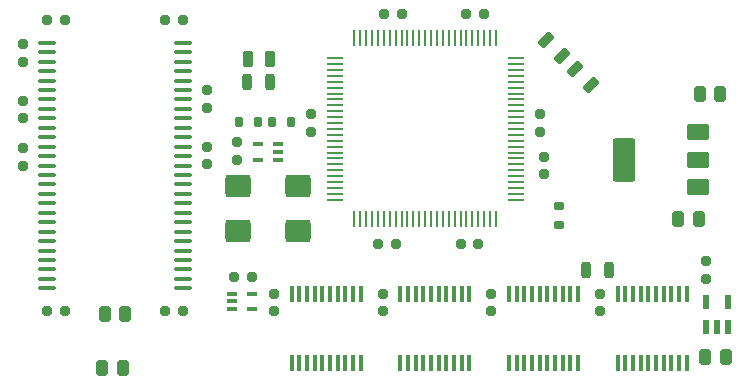
<source format=gtp>
G04 #@! TF.GenerationSoftware,KiCad,Pcbnew,7.0.1-0*
G04 #@! TF.CreationDate,2023-11-03T04:24:23-04:00*
G04 #@! TF.ProjectId,RAM2GS,52414d32-4753-42e6-9b69-6361645f7063,2.1*
G04 #@! TF.SameCoordinates,Original*
G04 #@! TF.FileFunction,Paste,Top*
G04 #@! TF.FilePolarity,Positive*
%FSLAX46Y46*%
G04 Gerber Fmt 4.6, Leading zero omitted, Abs format (unit mm)*
G04 Created by KiCad (PCBNEW 7.0.1-0) date 2023-11-03 04:24:23*
%MOMM*%
%LPD*%
G01*
G04 APERTURE LIST*
G04 Aperture macros list*
%AMRoundRect*
0 Rectangle with rounded corners*
0 $1 Rounding radius*
0 $2 $3 $4 $5 $6 $7 $8 $9 X,Y pos of 4 corners*
0 Add a 4 corners polygon primitive as box body*
4,1,4,$2,$3,$4,$5,$6,$7,$8,$9,$2,$3,0*
0 Add four circle primitives for the rounded corners*
1,1,$1+$1,$2,$3*
1,1,$1+$1,$4,$5*
1,1,$1+$1,$6,$7*
1,1,$1+$1,$8,$9*
0 Add four rect primitives between the rounded corners*
20,1,$1+$1,$2,$3,$4,$5,0*
20,1,$1+$1,$4,$5,$6,$7,0*
20,1,$1+$1,$6,$7,$8,$9,0*
20,1,$1+$1,$8,$9,$2,$3,0*%
G04 Aperture macros list end*
%ADD10RoundRect,0.172500X0.262500X-0.212500X0.262500X0.212500X-0.262500X0.212500X-0.262500X-0.212500X0*%
%ADD11RoundRect,0.172500X-0.212500X-0.262500X0.212500X-0.262500X0.212500X0.262500X-0.212500X0.262500X0*%
%ADD12RoundRect,0.172500X-0.262500X0.212500X-0.262500X-0.212500X0.262500X-0.212500X0.262500X0.212500X0*%
%ADD13RoundRect,0.072500X0.112500X-0.612500X0.112500X0.612500X-0.112500X0.612500X-0.112500X-0.612500X0*%
%ADD14RoundRect,0.237500X0.262500X0.437500X-0.262500X0.437500X-0.262500X-0.437500X0.262500X-0.437500X0*%
%ADD15RoundRect,0.237500X-0.262500X-0.437500X0.262500X-0.437500X0.262500X0.437500X-0.262500X0.437500X0*%
%ADD16RoundRect,0.250000X0.700000X0.450000X-0.700000X0.450000X-0.700000X-0.450000X0.700000X-0.450000X0*%
%ADD17RoundRect,0.250000X0.700000X1.600000X-0.700000X1.600000X-0.700000X-1.600000X0.700000X-1.600000X0*%
%ADD18RoundRect,0.187500X-0.494975X-0.194454X-0.194454X-0.494975X0.494975X0.194454X0.194454X0.494975X0*%
%ADD19RoundRect,0.187500X0.494975X0.194454X0.194454X0.494975X-0.494975X-0.194454X-0.194454X-0.494975X0*%
%ADD20RoundRect,0.060000X-0.400000X-0.100000X0.400000X-0.100000X0.400000X0.100000X-0.400000X0.100000X0*%
%ADD21RoundRect,0.040000X-0.662500X-0.075000X0.662500X-0.075000X0.662500X0.075000X-0.662500X0.075000X0*%
%ADD22RoundRect,0.040000X-0.075000X-0.662500X0.075000X-0.662500X0.075000X0.662500X-0.075000X0.662500X0*%
%ADD23RoundRect,0.084500X-0.640500X-0.114500X0.640500X-0.114500X0.640500X0.114500X-0.640500X0.114500X0*%
%ADD24RoundRect,0.261900X-0.800000X-0.700000X0.800000X-0.700000X0.800000X0.700000X-0.800000X0.700000X0*%
%ADD25RoundRect,0.060000X0.400000X0.100000X-0.400000X0.100000X-0.400000X-0.100000X0.400000X-0.100000X0*%
%ADD26RoundRect,0.172500X0.212500X0.262500X-0.212500X0.262500X-0.212500X-0.262500X0.212500X-0.262500X0*%
%ADD27RoundRect,0.187500X0.212500X0.487500X-0.212500X0.487500X-0.212500X-0.487500X0.212500X-0.487500X0*%
%ADD28RoundRect,0.112500X0.162500X-0.512500X0.162500X0.512500X-0.162500X0.512500X-0.162500X-0.512500X0*%
%ADD29RoundRect,0.125000X0.175000X0.300000X-0.175000X0.300000X-0.175000X-0.300000X0.175000X-0.300000X0*%
%ADD30RoundRect,0.125000X-0.175000X-0.300000X0.175000X-0.300000X0.175000X0.300000X-0.175000X0.300000X0*%
%ADD31RoundRect,0.187500X-0.212500X-0.487500X0.212500X-0.487500X0.212500X0.487500X-0.212500X0.487500X0*%
%ADD32RoundRect,0.205650X0.243750X0.456250X-0.243750X0.456250X-0.243750X-0.456250X0.243750X-0.456250X0*%
%ADD33RoundRect,0.125000X-0.300000X0.175000X-0.300000X-0.175000X0.300000X-0.175000X0.300000X0.175000X0*%
G04 APERTURE END LIST*
D10*
X75700000Y-108800000D03*
X75700000Y-107300000D03*
X95100000Y-108800000D03*
X95100000Y-107300000D03*
D11*
X81400000Y-118250000D03*
X82900000Y-118250000D03*
X88400000Y-118250000D03*
X89900000Y-118250000D03*
X81900000Y-98850000D03*
X83400000Y-98850000D03*
D12*
X95500000Y-110900000D03*
X95500000Y-112400000D03*
D11*
X88900000Y-98850000D03*
X90400000Y-98850000D03*
D10*
X51350000Y-107650000D03*
X51350000Y-106150000D03*
X51350000Y-102850000D03*
X51350000Y-101350000D03*
D11*
X53400000Y-99350000D03*
X54900000Y-99350000D03*
X63400000Y-123950000D03*
X64900000Y-123950000D03*
X63400000Y-99350000D03*
X64900000Y-99350000D03*
D12*
X66950000Y-110050000D03*
X66950000Y-111550000D03*
X66950000Y-105250000D03*
X66950000Y-106750000D03*
D10*
X51350000Y-111650000D03*
X51350000Y-110150000D03*
D11*
X53400000Y-123950000D03*
X54900000Y-123950000D03*
D13*
X92500000Y-128400000D03*
X93150000Y-128400000D03*
X93800000Y-128400000D03*
X94450000Y-128400000D03*
X95100000Y-128400000D03*
X95750000Y-128400000D03*
X96400000Y-128400000D03*
X97050000Y-128400000D03*
X97700000Y-128400000D03*
X98350000Y-128400000D03*
X98350000Y-122500000D03*
X97700000Y-122500000D03*
X97050000Y-122500000D03*
X96400000Y-122500000D03*
X95750000Y-122500000D03*
X95100000Y-122500000D03*
X94450000Y-122500000D03*
X93800000Y-122500000D03*
X93150000Y-122500000D03*
X92500000Y-122500000D03*
D12*
X91000000Y-122500000D03*
X91000000Y-124000000D03*
X81800000Y-122500000D03*
X81800000Y-124000000D03*
D13*
X101700000Y-128400000D03*
X102350000Y-128400000D03*
X103000000Y-128400000D03*
X103650000Y-128400000D03*
X104300000Y-128400000D03*
X104950000Y-128400000D03*
X105600000Y-128400000D03*
X106250000Y-128400000D03*
X106900000Y-128400000D03*
X107550000Y-128400000D03*
X107550000Y-122500000D03*
X106900000Y-122500000D03*
X106250000Y-122500000D03*
X105600000Y-122500000D03*
X104950000Y-122500000D03*
X104300000Y-122500000D03*
X103650000Y-122500000D03*
X103000000Y-122500000D03*
X102350000Y-122500000D03*
X101700000Y-122500000D03*
D12*
X72600000Y-122500000D03*
X72600000Y-124000000D03*
D13*
X83300000Y-128400000D03*
X83950000Y-128400000D03*
X84600000Y-128400000D03*
X85250000Y-128400000D03*
X85900000Y-128400000D03*
X86550000Y-128400000D03*
X87200000Y-128400000D03*
X87850000Y-128400000D03*
X88500000Y-128400000D03*
X89150000Y-128400000D03*
X89150000Y-122500000D03*
X88500000Y-122500000D03*
X87850000Y-122500000D03*
X87200000Y-122500000D03*
X86550000Y-122500000D03*
X85900000Y-122500000D03*
X85250000Y-122500000D03*
X84600000Y-122500000D03*
X83950000Y-122500000D03*
X83300000Y-122500000D03*
D14*
X59778000Y-128778000D03*
X58078000Y-128778000D03*
D15*
X109132000Y-127889000D03*
X110832000Y-127889000D03*
D16*
X108537000Y-113450000D03*
D17*
X102237000Y-111150000D03*
D16*
X108537000Y-111150000D03*
X108537000Y-108850000D03*
D15*
X108650000Y-105550000D03*
X110350000Y-105550000D03*
X106850000Y-116150000D03*
X108550000Y-116150000D03*
D18*
X95628249Y-101028249D03*
X96971751Y-102371751D03*
D19*
X99421751Y-104821751D03*
X98078249Y-103478249D03*
D20*
X69050000Y-122500000D03*
X69050000Y-123150000D03*
X69050000Y-123800000D03*
X70750000Y-123800000D03*
X70750000Y-122500000D03*
D13*
X74100000Y-128400000D03*
X74750000Y-128400000D03*
X75400000Y-128400000D03*
X76050000Y-128400000D03*
X76700000Y-128400000D03*
X77350000Y-128400000D03*
X78000000Y-128400000D03*
X78650000Y-128400000D03*
X79300000Y-128400000D03*
X79950000Y-128400000D03*
X79950000Y-122500000D03*
X79300000Y-122500000D03*
X78650000Y-122500000D03*
X78000000Y-122500000D03*
X77350000Y-122500000D03*
X76700000Y-122500000D03*
X76050000Y-122500000D03*
X75400000Y-122500000D03*
X74750000Y-122500000D03*
X74100000Y-122500000D03*
D21*
X77737500Y-102550000D03*
X77737500Y-103050000D03*
X77737500Y-103550000D03*
X77737500Y-104050000D03*
X77737500Y-104550000D03*
X77737500Y-105050000D03*
X77737500Y-105550000D03*
X77737500Y-106050000D03*
X77737500Y-106550000D03*
X77737500Y-107050000D03*
X77737500Y-107550000D03*
X77737500Y-108050000D03*
X77737500Y-108550000D03*
X77737500Y-109050000D03*
X77737500Y-109550000D03*
X77737500Y-110050000D03*
X77737500Y-110550000D03*
X77737500Y-111050000D03*
X77737500Y-111550000D03*
X77737500Y-112050000D03*
X77737500Y-112550000D03*
X77737500Y-113050000D03*
X77737500Y-113550000D03*
X77737500Y-114050000D03*
X77737500Y-114550000D03*
D22*
X79400000Y-116212500D03*
X79900000Y-116212500D03*
X80400000Y-116212500D03*
X80900000Y-116212500D03*
X81400000Y-116212500D03*
X81900000Y-116212500D03*
X82400000Y-116212500D03*
X82900000Y-116212500D03*
X83400000Y-116212500D03*
X83900000Y-116212500D03*
X84400000Y-116212500D03*
X84900000Y-116212500D03*
X85400000Y-116212500D03*
X85900000Y-116212500D03*
X86400000Y-116212500D03*
X86900000Y-116212500D03*
X87400000Y-116212500D03*
X87900000Y-116212500D03*
X88400000Y-116212500D03*
X88900000Y-116212500D03*
X89400000Y-116212500D03*
X89900000Y-116212500D03*
X90400000Y-116212500D03*
X90900000Y-116212500D03*
X91400000Y-116212500D03*
D21*
X93062500Y-114550000D03*
X93062500Y-114050000D03*
X93062500Y-113550000D03*
X93062500Y-113050000D03*
X93062500Y-112550000D03*
X93062500Y-112050000D03*
X93062500Y-111550000D03*
X93062500Y-111050000D03*
X93062500Y-110550000D03*
X93062500Y-110050000D03*
X93062500Y-109550000D03*
X93062500Y-109050000D03*
X93062500Y-108550000D03*
X93062500Y-108050000D03*
X93062500Y-107550000D03*
X93062500Y-107050000D03*
X93062500Y-106550000D03*
X93062500Y-106050000D03*
X93062500Y-105550000D03*
X93062500Y-105050000D03*
X93062500Y-104550000D03*
X93062500Y-104050000D03*
X93062500Y-103550000D03*
X93062500Y-103050000D03*
X93062500Y-102550000D03*
D22*
X91400000Y-100887500D03*
X90900000Y-100887500D03*
X90400000Y-100887500D03*
X89900000Y-100887500D03*
X89400000Y-100887500D03*
X88900000Y-100887500D03*
X88400000Y-100887500D03*
X87900000Y-100887500D03*
X87400000Y-100887500D03*
X86900000Y-100887500D03*
X86400000Y-100887500D03*
X85900000Y-100887500D03*
X85400000Y-100887500D03*
X84900000Y-100887500D03*
X84400000Y-100887500D03*
X83900000Y-100887500D03*
X83400000Y-100887500D03*
X82900000Y-100887500D03*
X82400000Y-100887500D03*
X81900000Y-100887500D03*
X81400000Y-100887500D03*
X80900000Y-100887500D03*
X80400000Y-100887500D03*
X79900000Y-100887500D03*
X79400000Y-100887500D03*
D23*
X53400000Y-101250000D03*
X53400000Y-102050000D03*
X53400000Y-102850000D03*
X53400000Y-103650000D03*
X53400000Y-104450000D03*
X53400000Y-105250000D03*
X53400000Y-106050000D03*
X53400000Y-106850000D03*
X53400000Y-107650000D03*
X53400000Y-108450000D03*
X53400000Y-109250000D03*
X53400000Y-110050000D03*
X53400000Y-110850000D03*
X53400000Y-111650000D03*
X53400000Y-112450000D03*
X53400000Y-113250000D03*
X53400000Y-114050000D03*
X53400000Y-114850000D03*
X53400000Y-115650000D03*
X53400000Y-116450000D03*
X53400000Y-117250000D03*
X53400000Y-118050000D03*
X53400000Y-118850000D03*
X53400000Y-119650000D03*
X53400000Y-120450000D03*
X53400000Y-121250000D03*
X53400000Y-122050000D03*
X64900000Y-122050000D03*
X64900000Y-121250000D03*
X64900000Y-120450000D03*
X64900000Y-119650000D03*
X64900000Y-118850000D03*
X64900000Y-118050000D03*
X64900000Y-117250000D03*
X64900000Y-116450000D03*
X64900000Y-115650000D03*
X64900000Y-114850000D03*
X64900000Y-114050000D03*
X64900000Y-113250000D03*
X64900000Y-112450000D03*
X64900000Y-111650000D03*
X64900000Y-110850000D03*
X64900000Y-110050000D03*
X64900000Y-109250000D03*
X64900000Y-108450000D03*
X64900000Y-107650000D03*
X64900000Y-106850000D03*
X64900000Y-106050000D03*
X64900000Y-105250000D03*
X64900000Y-104450000D03*
X64900000Y-103650000D03*
X64900000Y-102850000D03*
X64900000Y-102050000D03*
X64900000Y-101250000D03*
D24*
X69560000Y-117205000D03*
X74640000Y-117205000D03*
X74640000Y-113395000D03*
X69560000Y-113395000D03*
D25*
X72950000Y-111150000D03*
X72950000Y-110500000D03*
X72950000Y-109850000D03*
X71250000Y-109850000D03*
X71250000Y-111150000D03*
D10*
X69500000Y-111150000D03*
X69500000Y-109650000D03*
D15*
X58300000Y-124250000D03*
X60000000Y-124250000D03*
D26*
X70750000Y-121050000D03*
X69250000Y-121050000D03*
D12*
X100200000Y-122500000D03*
X100200000Y-124000000D03*
D10*
X109150000Y-121250000D03*
X109150000Y-119750000D03*
D27*
X100950000Y-120500000D03*
X99050000Y-120500000D03*
D28*
X109150000Y-125300000D03*
X110100000Y-125300000D03*
X111050000Y-125300000D03*
X111050000Y-123200000D03*
X109150000Y-123200000D03*
D29*
X71250000Y-107950000D03*
X69650000Y-107950000D03*
D30*
X72450000Y-107950000D03*
X74050000Y-107950000D03*
D31*
X70350000Y-104600000D03*
X72250000Y-104600000D03*
D32*
X72237500Y-102650000D03*
X70362500Y-102650000D03*
D33*
X96750000Y-115050000D03*
X96750000Y-116650000D03*
M02*

</source>
